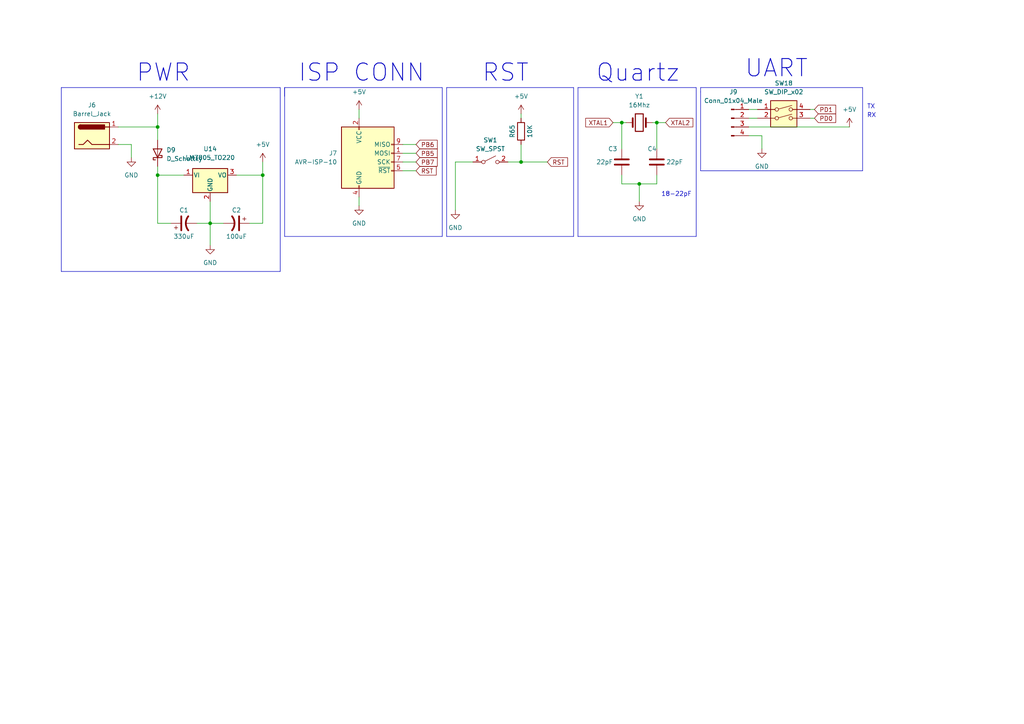
<source format=kicad_sch>
(kicad_sch (version 20230121) (generator eeschema)
  (paper "A4")
  (lib_symbols
    (symbol "Connector:AVR-ISP-10" (pin_names (offset 1.016))
      (property "Reference" "J" (at -6.35 11.43 0))
      (property "Value" "AVR-ISP-10" (at 0 11.43 0))
      (symbol "AVR-ISP-10_0_1"
        (rectangle (start -2.667 -6.858) (end -2.413 -7.62))
        (rectangle (start -2.667 10.16) (end -2.413 9.398))
        (rectangle (start 7.62 -2.413) (end 6.858 -2.667))
        (rectangle (start 7.62 0.127) (end 6.858 -0.127))
        (rectangle (start 7.62 2.667) (end 6.858 2.413))
        (rectangle (start 7.62 5.207) (end 6.858 4.953))
        (rectangle (start 7.62 10.16) (end -7.62 -7.62) (stroke (width 0.254)) (fill (type background)))
      )
      (symbol "AVR-ISP-10_1_1"
        (pin passive line (at 10.16 2.54 180) (length 2.54) (name "MOSI") (number "1"))
        (pin passive line (at -2.54 -10.16 90) (length 2.54) hide (name "GND") (number "10"))
        (pin passive line (at -2.54 12.7 270) (length 2.54) (name "VCC") (number "2"))
        (pin no_connect line (at 7.62 -5.08 180) (length 2.54) hide (name "NC") (number "3"))
        (pin passive line (at -2.54 -10.16 90) (length 2.54) (name "GND") (number "4"))
        (pin passive line (at 10.16 -2.54 180) (length 2.54) (name "~{RST}") (number "5"))
        (pin passive line (at -2.54 -10.16 90) (length 2.54) hide (name "GND") (number "6"))
        (pin passive line (at 10.16 0 180) (length 2.54) (name "SCK") (number "7"))
        (pin passive line (at -2.54 -10.16 90) (length 2.54) hide (name "GND") (number "8"))
        (pin passive line (at 10.16 5.08 180) (length 2.54) (name "MISO") (number "9"))
      )
    )
    (symbol "Connector:Barrel_Jack" (pin_names (offset 1.016))
      (property "Reference" "J" (at 0 5.334 0))
      (property "Value" "Barrel_Jack" (at 0 -5.08 0))
      (symbol "Barrel_Jack_0_1"
        (rectangle (start -5.08 3.81) (end 5.08 -3.81) (stroke (width 0.254)) (fill (type background)))
        (arc (start -3.302 3.175) (mid -3.9343 2.54) (end -3.302 1.905) (stroke (width 0.254)))
        (arc (start -3.302 3.175) (mid -3.9343 2.54) (end -3.302 1.905) (stroke (width 0.254)) (fill (type outline)))
        (polyline (pts (xy 5.08 2.54) (xy 3.81 2.54)) (stroke (width 0.254)))
        (polyline (pts (xy -3.81 -2.54) (xy -2.54 -2.54) (xy -1.27 -1.27) (xy 0 -2.54) (xy 2.54 -2.54) (xy 5.08 -2.54)) (stroke (width 0.254)))
        (rectangle (start 3.683 3.175) (end -3.302 1.905) (stroke (width 0.254)) (fill (type outline)))
      )
      (symbol "Barrel_Jack_1_1"
        (pin passive line (at 7.62 2.54 180) (length 2.54) (name "~") (number "1"))
        (pin passive line (at 7.62 -2.54 180) (length 2.54) (name "~") (number "2"))
      )
    )
    (symbol "Connector:Conn_01x04_Male" (pin_names (offset 1.016) hide)
      (property "Reference" "J" (at 0 5.08 0))
      (property "Value" "Conn_01x04_Male" (at 0 -7.62 0))
      (symbol "Conn_01x04_Male_1_1"
        (polyline (pts (xy 1.27 -5.08) (xy 0.8636 -5.08)) (stroke (width 0.1524)))
        (polyline (pts (xy 1.27 -2.54) (xy 0.8636 -2.54)) (stroke (width 0.1524)))
        (polyline (pts (xy 1.27 0) (xy 0.8636 0)) (stroke (width 0.1524)))
        (polyline (pts (xy 1.27 2.54) (xy 0.8636 2.54)) (stroke (width 0.1524)))
        (rectangle (start 0.8636 -4.953) (end 0 -5.207) (stroke (width 0.1524)) (fill (type outline)))
        (rectangle (start 0.8636 -2.413) (end 0 -2.667) (stroke (width 0.1524)) (fill (type outline)))
        (rectangle (start 0.8636 0.127) (end 0 -0.127) (stroke (width 0.1524)) (fill (type outline)))
        (rectangle (start 0.8636 2.667) (end 0 2.413) (stroke (width 0.1524)) (fill (type outline)))
        (pin passive line (at 5.08 2.54 180) (length 3.81) (name "Pin_1") (number "1"))
        (pin passive line (at 5.08 0 180) (length 3.81) (name "Pin_2") (number "2"))
        (pin passive line (at 5.08 -2.54 180) (length 3.81) (name "Pin_3") (number "3"))
        (pin passive line (at 5.08 -5.08 180) (length 3.81) (name "Pin_4") (number "4"))
      )
    )
    (symbol "Device:C" (pin_numbers hide) (pin_names (offset 0.254))
      (property "Reference" "C" (at 0.635 2.54 0))
      (property "Value" "C" (at 0.635 -2.54 0))
      (symbol "C_0_1"
        (polyline (pts (xy -2.032 -0.762) (xy 2.032 -0.762)) (stroke (width 0.508)))
        (polyline (pts (xy -2.032 0.762) (xy 2.032 0.762)) (stroke (width 0.508)))
      )
      (symbol "C_1_1"
        (pin passive line (at 0 3.81 270) (length 2.794) (name "~") (number "1"))
        (pin passive line (at 0 -3.81 90) (length 2.794) (name "~") (number "2"))
      )
    )
    (symbol "Device:C_Polarized_US" (pin_numbers hide) (pin_names (offset 0.254) hide)
      (property "Reference" "C" (at 0.635 2.54 0))
      (property "Value" "C_Polarized_US" (at 0.635 -2.54 0))
      (symbol "C_Polarized_US_0_1"
        (polyline (pts (xy -2.032 0.762) (xy 2.032 0.762)) (stroke (width 0.508)))
        (polyline (pts (xy -1.778 2.286) (xy -0.762 2.286)))
        (polyline (pts (xy -1.27 1.778) (xy -1.27 2.794)))
        (arc (start 2.032 -1.27) (mid 0 -0.5572) (end -2.032 -1.27) (stroke (width 0.508)))
      )
      (symbol "C_Polarized_US_1_1"
        (pin passive line (at 0 3.81 270) (length 2.794) (name "~") (number "1"))
        (pin passive line (at 0 -3.81 90) (length 3.302) (name "~") (number "2"))
      )
    )
    (symbol "Device:Crystal" (pin_numbers hide) (pin_names (offset 1.016) hide)
      (property "Reference" "Y" (at 0 3.81 0))
      (property "Value" "Crystal" (at 0 -3.81 0))
      (symbol "Crystal_0_1"
        (rectangle (start -1.143 2.54) (end 1.143 -2.54) (stroke (width 0.3048)))
        (polyline (pts (xy -2.54 0) (xy -1.905 0)))
        (polyline (pts (xy -1.905 -1.27) (xy -1.905 1.27)) (stroke (width 0.508)))
        (polyline (pts (xy 1.905 -1.27) (xy 1.905 1.27)) (stroke (width 0.508)))
        (polyline (pts (xy 2.54 0) (xy 1.905 0)))
      )
      (symbol "Crystal_1_1"
        (pin passive line (at -3.81 0 0) (length 1.27) (name "1") (number "1"))
        (pin passive line (at 3.81 0 180) (length 1.27) (name "2") (number "2"))
      )
    )
    (symbol "Device:D_Schottky" (pin_numbers hide) (pin_names (offset 1.016) hide)
      (property "Reference" "D" (at 0 2.54 0))
      (property "Value" "D_Schottky" (at 0 -2.54 0))
      (symbol "D_Schottky_0_1"
        (polyline (pts (xy 1.27 0) (xy -1.27 0)))
        (polyline (pts (xy 1.27 1.27) (xy 1.27 -1.27) (xy -1.27 0) (xy 1.27 1.27)) (stroke (width 0.254)))
        (polyline (pts (xy -1.905 0.635) (xy -1.905 1.27) (xy -1.27 1.27) (xy -1.27 -1.27) (xy -0.635 -1.27) (xy -0.635 -0.635)) (stroke (width 0.254)))
      )
      (symbol "D_Schottky_1_1"
        (pin passive line (at -3.81 0 0) (length 2.54) (name "K") (number "1"))
        (pin passive line (at 3.81 0 180) (length 2.54) (name "A") (number "2"))
      )
    )
    (symbol "Device:R" (pin_numbers hide) (pin_names (offset 0))
      (property "Reference" "R" (at 2.032 0 90))
      (property "Value" "R" (at 0 0 90))
      (symbol "R_0_1"
        (rectangle (start -1.016 -2.54) (end 1.016 2.54) (stroke (width 0.254)))
      )
      (symbol "R_1_1"
        (pin passive line (at 0 3.81 270) (length 1.27) (name "~") (number "1"))
        (pin passive line (at 0 -3.81 90) (length 1.27) (name "~") (number "2"))
      )
    )
    (symbol "Regulator_Linear:LM7805_TO220" (pin_names (offset 0.254))
      (property "Reference" "U" (at -3.81 3.175 0))
      (property "Value" "LM7805_TO220" (at 0 3.175 0))
      (symbol "LM7805_TO220_0_1"
        (rectangle (start -5.08 1.905) (end 5.08 -5.08) (stroke (width 0.254)) (fill (type background)))
      )
      (symbol "LM7805_TO220_1_1"
        (pin power_in line (at -7.62 0 0) (length 2.54) (name "VI") (number "1"))
        (pin power_in line (at 0 -7.62 90) (length 2.54) (name "GND") (number "2"))
        (pin power_out line (at 7.62 0 180) (length 2.54) (name "VO") (number "3"))
      )
    )
    (symbol "Switch:SW_DIP_x02" (pin_names (offset 0) hide)
      (property "Reference" "SW" (at 0 6.35 0))
      (property "Value" "SW_DIP_x02" (at 0 -3.81 0))
      (symbol "SW_DIP_x02_0_0"
        (circle (center -2.032 0) (radius 0.508))
        (circle (center -2.032 2.54) (radius 0.508))
        (polyline (pts (xy -1.524 0.127) (xy 2.3622 1.1684)))
        (polyline (pts (xy -1.524 2.667) (xy 2.3622 3.7084)))
        (circle (center 2.032 0) (radius 0.508))
        (circle (center 2.032 2.54) (radius 0.508))
      )
      (symbol "SW_DIP_x02_0_1"
        (rectangle (start -3.81 5.08) (end 3.81 -2.54) (stroke (width 0.254)) (fill (type background)))
      )
      (symbol "SW_DIP_x02_1_1"
        (pin passive line (at -7.62 2.54 0) (length 5.08) (name "~") (number "1"))
        (pin passive line (at -7.62 0 0) (length 5.08) (name "~") (number "2"))
        (pin passive line (at 7.62 0 180) (length 5.08) (name "~") (number "3"))
        (pin passive line (at 7.62 2.54 180) (length 5.08) (name "~") (number "4"))
      )
    )
    (symbol "Switch:SW_SPST" (pin_names (offset 0) hide)
      (property "Reference" "SW" (at 0 3.175 0))
      (property "Value" "SW_SPST" (at 0 -2.54 0))
      (symbol "SW_SPST_0_0"
        (circle (center -2.032 0) (radius 0.508))
        (polyline (pts (xy -1.524 0.254) (xy 1.524 1.778)))
        (circle (center 2.032 0) (radius 0.508))
      )
      (symbol "SW_SPST_1_1"
        (pin passive line (at -5.08 0 0) (length 2.54) (name "A") (number "1"))
        (pin passive line (at 5.08 0 180) (length 2.54) (name "B") (number "2"))
      )
    )
    (symbol "power:+12V" (power) (pin_names (offset 0))
      (property "Value" "+12V" (at 0 3.556 0))
      (symbol "+12V_0_1"
        (polyline (pts (xy -0.762 1.27) (xy 0 2.54)))
        (polyline (pts (xy 0 0) (xy 0 2.54)))
        (polyline (pts (xy 0 2.54) (xy 0.762 1.27)))
      )
      (symbol "+12V_1_1"
        (pin power_in line (at 0 0 90) (length 0) hide (name "+12V") (number "1"))
      )
    )
    (symbol "power:+5V" (power) (pin_names (offset 0))
      (property "Value" "+5V" (at 0 3.556 0))
      (symbol "+5V_0_1"
        (polyline (pts (xy -0.762 1.27) (xy 0 2.54)))
        (polyline (pts (xy 0 0) (xy 0 2.54)))
        (polyline (pts (xy 0 2.54) (xy 0.762 1.27)))
      )
      (symbol "+5V_1_1"
        (pin power_in line (at 0 0 90) (length 0) hide (name "+5V") (number "1"))
      )
    )
    (symbol "power:GND" (power) (pin_names (offset 0))
      (property "Value" "GND" (at 0 -3.81 0))
      (symbol "GND_0_1"
        (polyline (pts (xy 0 0) (xy 0 -1.27) (xy 1.27 -1.27) (xy 0 -2.54) (xy -1.27 -1.27) (xy 0 -1.27)))
      )
      (symbol "GND_1_1"
        (pin power_in line (at 0 0 270) (length 0) hide (name "GND") (number "1"))
      )
    )
  )
  (junction (at 45.72 36.83))
  (junction (at 45.72 50.8))
  (junction (at 151.13 46.99))
  (junction (at 180.34 35.56))
  (junction (at 185.42 53.34))
  (junction (at 190.5 35.56))
  (junction (at 60.96 64.77))
  (junction (at 76.2 50.8))
  (polyline (pts (xy 250.19 49.53) (xy 250.19 25.4)))
  (wire (pts (xy 185.42 53.34) (xy 190.5 53.34)))
  (wire (pts (xy 234.95 34.29) (xy 236.22 34.29)))
  (wire (pts (xy 185.42 53.34) (xy 185.42 58.42)))
  (wire (pts (xy 217.17 39.37) (xy 220.98 39.37)))
  (wire (pts (xy 45.72 50.8) (xy 45.72 64.77)))
  (wire (pts (xy 116.84 46.99) (xy 120.65 46.99)))
  (wire (pts (xy 180.34 50.8) (xy 180.34 53.34)))
  (wire (pts (xy 45.72 64.77) (xy 49.53 64.77)))
  (wire (pts (xy 190.5 35.56) (xy 190.5 43.18)))
  (wire (pts (xy 57.15 64.77) (xy 60.96 64.77)))
  (wire (pts (xy 190.5 53.34) (xy 190.5 50.8)))
  (wire (pts (xy 180.34 53.34) (xy 185.42 53.34)))
  (wire (pts (xy 45.72 36.83) (xy 45.72 40.64)))
  (wire (pts (xy 60.96 58.42) (xy 60.96 64.77)))
  (wire (pts (xy 76.2 64.77) (xy 72.39 64.77)))
  (wire (pts (xy 38.1 41.91) (xy 38.1 45.72)))
  (polyline (pts (xy 128.27 25.4) (xy 82.55 25.4)))
  (wire (pts (xy 151.13 41.91) (xy 151.13 46.99)))
  (wire (pts (xy 34.29 36.83) (xy 45.72 36.83)))
  (wire (pts (xy 234.95 31.75) (xy 236.22 31.75)))
  (wire (pts (xy 137.16 46.99) (xy 132.08 46.99)))
  (wire (pts (xy 147.32 46.99) (xy 151.13 46.99)))
  (polyline (pts (xy 128.27 68.58) (xy 128.27 25.4)))
  (wire (pts (xy 60.96 64.77) (xy 64.77 64.77)))
  (polyline (pts (xy 167.64 68.58) (xy 201.93 68.58)))
  (wire (pts (xy 34.29 41.91) (xy 38.1 41.91)))
  (polyline (pts (xy 82.55 25.4) (xy 82.55 68.58)))
  (wire (pts (xy 217.17 34.29) (xy 219.71 34.29)))
  (wire (pts (xy 217.17 31.75) (xy 219.71 31.75)))
  (wire (pts (xy 189.23 35.56) (xy 190.5 35.56)))
  (polyline (pts (xy 82.55 25.4) (xy 82.55 27.94)))
  (polyline (pts (xy 81.28 29.21) (xy 81.28 78.74)))
  (polyline (pts (xy 81.28 25.4) (xy 81.28 29.21)))
  (polyline (pts (xy 129.54 68.58) (xy 166.37 68.58)))
  (polyline (pts (xy 203.2 49.53) (xy 250.19 49.53)))
  (wire (pts (xy 76.2 46.99) (xy 76.2 50.8)))
  (wire (pts (xy 104.14 31.75) (xy 104.14 34.29)))
  (wire (pts (xy 220.98 39.37) (xy 220.98 43.18)))
  (wire (pts (xy 151.13 33.02) (xy 151.13 34.29)))
  (wire (pts (xy 45.72 33.02) (xy 45.72 36.83)))
  (polyline (pts (xy 17.78 78.74) (xy 17.78 25.4)))
  (polyline (pts (xy 82.55 68.58) (xy 128.27 68.58)))
  (wire (pts (xy 45.72 48.26) (xy 45.72 50.8)))
  (wire (pts (xy 151.13 46.99) (xy 158.75 46.99)))
  (wire (pts (xy 180.34 35.56) (xy 180.34 43.18)))
  (wire (pts (xy 116.84 49.53) (xy 120.65 49.53)))
  (wire (pts (xy 76.2 50.8) (xy 76.2 64.77)))
  (wire (pts (xy 116.84 41.91) (xy 120.65 41.91)))
  (polyline (pts (xy 167.64 25.4) (xy 167.64 68.58)))
  (polyline (pts (xy 17.78 25.4) (xy 81.28 25.4)))
  (polyline (pts (xy 250.19 25.4) (xy 203.2 25.4)))
  (wire (pts (xy 190.5 35.56) (xy 193.04 35.56)))
  (wire (pts (xy 45.72 50.8) (xy 53.34 50.8)))
  (wire (pts (xy 180.34 35.56) (xy 181.61 35.56)))
  (wire (pts (xy 132.08 46.99) (xy 132.08 60.96)))
  (polyline (pts (xy 167.64 25.4) (xy 201.93 25.4)))
  (polyline (pts (xy 81.28 78.74) (xy 17.78 78.74)))
  (wire (pts (xy 60.96 64.77) (xy 60.96 71.12)))
  (wire (pts (xy 217.17 36.83) (xy 246.38 36.83)))
  (polyline (pts (xy 129.54 25.4) (xy 129.54 68.58)))
  (wire (pts (xy 104.14 57.15) (xy 104.14 59.69)))
  (polyline (pts (xy 203.2 25.4) (xy 203.2 26.67)))
  (polyline (pts (xy 203.2 26.67) (xy 203.2 49.53)))
  (wire (pts (xy 116.84 44.45) (xy 120.65 44.45)))
  (polyline (pts (xy 201.93 68.58) (xy 201.93 25.4)))
  (wire (pts (xy 177.8 35.56) (xy 180.34 35.56)))
  (polyline (pts (xy 129.54 25.4) (xy 166.37 25.4)))
  (polyline (pts (xy 166.37 68.58) (xy 166.37 25.4)))
  (wire (pts (xy 68.58 50.8) (xy 76.2 50.8)))
  (text "Quartz" (at 172.72 24.13 0) (effects (font (size 5 5) (thickness 0.254) bold) (justify left bottom)))
  (text "PWR" (at 39.37 24.13 0) (effects (font (size 5 5) (thickness 0.254) bold) (justify left bottom)))
  (text "18-22pF" (at 191.77 57.15 0) (effects (font (size 1.27 1.27)) (justify left bottom)))
  (text "UART" (at 215.9 22.86 0) (effects (font (size 5 5) (thickness 0.254) bold) (justify left bottom)))
  (text "RX" (at 251.46 34.29 0) (effects (font (size 1.27 1.27)) (justify left bottom)))
  (text "ISP CONN" (at 86.36 24.13 0) (effects (font (size 5 5) (thickness 0.254) bold) (justify left bottom)))
  (text "TX" (at 251.46 31.75 0) (effects (font (size 1.27 1.27)) (justify left bottom)))
  (text "RST" (at 139.7 24.13 0) (effects (font (size 5 5) (thickness 0.254) bold) (justify left bottom)))
  (global_label "PB7" (shape input) (at 120.65 46.99 0) (property "Intersheetrefs" "${INTERSHEET_REFS}" (effects hide)))
  (global_label "XTAL1" (shape input) (at 177.8 35.56 180) (property "Intersheetrefs" "${INTERSHEET_REFS}" (effects hide)))
  (global_label "RST" (shape input) (at 120.65 49.53 0) (property "Intersheetrefs" "${INTERSHEET_REFS}" (effects hide)))
  (global_label "PB5" (shape input) (at 120.65 44.45 0) (property "Intersheetrefs" "${INTERSHEET_REFS}" (effects hide)))
  (global_label "XTAL2" (shape input) (at 193.04 35.56 0) (property "Intersheetrefs" "${INTERSHEET_REFS}" (effects hide)))
  (global_label "RST" (shape input) (at 158.75 46.99 0) (property "Intersheetrefs" "${INTERSHEET_REFS}" (effects hide)))
  (global_label "PD0" (shape input) (at 236.22 34.29 0) (property "Intersheetrefs" "${INTERSHEET_REFS}" (effects hide)))
  (global_label "PB6" (shape input) (at 120.65 41.91 0) (property "Intersheetrefs" "${INTERSHEET_REFS}" (effects hide)))
  (global_label "PD1" (shape input) (at 236.22 31.75 0) (property "Intersheetrefs" "${INTERSHEET_REFS}" (effects hide)))
  (symbol (lib_id "Switch:SW_SPST") (at 142.24 46.99 0) (unit 1)
    (property "Reference" "SW1" (at 142.24 40.64 0))
    (property "Value" "SW_SPST" (at 142.24 43.18 0))
    (property "Footprint" "Button_Switch_THT:SW_PUSH_6mm" (effects hide))
  )
  (symbol (lib_id "Device:C") (at 190.5 46.99 180) (unit 1)
    (property "Reference" "C4" (at 190.5 43.18 0) (effects (justify left)))
    (property "Value" "22pF" (at 198.12 46.99 0) (effects (justify left)))
    (property "Footprint" "Capacitor_SMD:C_0805_2012Metric" (effects hide))
  )
  (symbol (lib_id "power:GND") (at 132.08 60.96 0) (unit 1)
    (property "Reference" "#PWR0139" (effects hide))
    (property "Value" "GND" (at 132.08 66.04 0))
  )
  (symbol (lib_id "Connector:Conn_01x04_Male") (at 212.09 34.29 0) (unit 1)
    (property "Reference" "J9" (at 212.725 26.67 0))
    (property "Value" "Conn_01x04_Male" (at 212.725 29.21 0))
    (property "Footprint" "Connector_PinHeader_2.54mm:PinHeader_1x04_P2.54mm_Vertical" (effects hide))
  )
  (symbol (lib_id "Device:R") (at 151.13 38.1 180) (unit 1)
    (property "Reference" "R65" (at 148.59 38.1 90))
    (property "Value" "10K" (at 153.67 38.1 90))
    (property "Footprint" "Resistor_SMD:R_0805_2012Metric_Pad1.20x1.40mm_HandSolder" (effects hide))
  )
  (symbol (lib_id "power:GND") (at 220.98 43.18 0) (unit 1)
    (property "Reference" "#PWR0124" (effects hide))
    (property "Value" "GND" (at 220.98 48.26 0))
  )
  (symbol (lib_id "power:GND") (at 104.14 59.69 0) (unit 1)
    (property "Reference" "#PWR0119" (effects hide))
    (property "Value" "GND" (at 104.14 64.77 0))
  )
  (symbol (lib_id "Switch:SW_DIP_x02") (at 227.33 34.29 0) (unit 1)
    (property "Reference" "SW18" (at 227.33 24.13 0))
    (property "Value" "SW_DIP_x02" (at 227.33 26.67 0))
    (property "Footprint" "Button_Switch_THT:SW_DIP_SPSTx02_Slide_9.78x7.26mm_W7.62mm_P2.54mm" (effects hide))
  )
  (symbol (lib_id "power:GND") (at 185.42 58.42 0) (unit 1)
    (property "Reference" "#PWR0141" (effects hide))
    (property "Value" "GND" (at 185.42 63.5 0))
  )
  (symbol (lib_id "power:+5V") (at 104.14 31.75 0) (unit 1)
    (property "Reference" "#PWR0122" (effects hide))
    (property "Value" "+5V" (at 104.14 26.67 0))
  )
  (symbol (lib_id "Device:C_Polarized_US") (at 68.58 64.77 270) (unit 1)
    (property "Reference" "C2" (at 68.58 60.96 90))
    (property "Value" "100uF" (at 68.58 68.58 90))
    (property "Footprint" "Capacitor_THT:CP_Radial_D7.5mm_P2.50mm" (effects hide))
  )
  (symbol (lib_id "power:+12V") (at 45.72 33.02 0) (unit 1)
    (property "Reference" "#PWR0146" (effects hide))
    (property "Value" "+12V" (at 45.72 27.94 0))
  )
  (symbol (lib_id "Regulator_Linear:LM7805_TO220") (at 60.96 50.8 0) (unit 1)
    (property "Reference" "U14" (at 60.96 43.18 0))
    (property "Value" "LM7805_TO220" (at 60.96 45.72 0))
    (property "Footprint" "Package_TO_SOT_THT:TO-220-3_Vertical" (effects hide))
    (property "Datasheet" "https://www.onsemi.cn/PowerSolutions/document/MC7800-D.PDF" (effects hide))
  )
  (symbol (lib_id "Device:Crystal") (at 185.42 35.56 0) (unit 1)
    (property "Reference" "Y1" (at 185.42 27.94 0))
    (property "Value" "16Mhz" (at 185.42 30.48 0))
    (property "Footprint" "Crystal:Crystal_HC49-U_Vertical" (effects hide))
  )
  (symbol (lib_id "power:+5V") (at 151.13 33.02 0) (unit 1)
    (property "Reference" "#PWR0140" (effects hide))
    (property "Value" "+5V" (at 151.13 27.94 0))
  )
  (symbol (lib_id "Device:C_Polarized_US") (at 53.34 64.77 90) (unit 1)
    (property "Reference" "C1" (at 53.34 60.96 90))
    (property "Value" "330uF" (at 53.34 68.58 90))
    (property "Footprint" "Capacitor_THT:CP_Radial_D7.5mm_P2.50mm" (effects hide))
  )
  (symbol (lib_id "Device:C") (at 180.34 46.99 180) (unit 1)
    (property "Reference" "C3" (at 179.07 43.18 0) (effects (justify left)))
    (property "Value" "22pF" (at 177.8 46.99 0) (effects (justify left)))
    (property "Footprint" "Capacitor_SMD:C_0805_2012Metric" (effects hide))
  )
  (symbol (lib_id "power:+5V") (at 76.2 46.99 0) (unit 1)
    (property "Reference" "#PWR0142" (effects hide))
    (property "Value" "+5V" (at 76.2 41.91 0))
  )
  (symbol (lib_id "Connector:AVR-ISP-10") (at 106.68 46.99 0) (unit 1)
    (property "Reference" "J7" (at 97.79 44.4499 0) (effects (justify right)))
    (property "Value" "AVR-ISP-10" (at 97.79 46.9899 0) (effects (justify right)))
    (property "Footprint" "Connector_IDC:IDC-Header_2x05_P2.54mm_Vertical" (effects hide))
    (property "Datasheet" " ~" (effects hide))
  )
  (symbol (lib_id "Connector:Barrel_Jack") (at 26.67 39.37 0) (unit 1)
    (property "Reference" "J6" (at 26.67 30.48 0))
    (property "Value" "Barrel_Jack" (at 26.67 33.02 0))
    (property "Footprint" "Connector_BarrelJack:BarrelJack_Wuerth_6941xx301002" (effects hide))
  )
  (symbol (lib_id "Device:D_Schottky") (at 45.72 44.45 90) (unit 1)
    (property "Reference" "D9" (at 48.26 43.4974 90) (effects (justify right)))
    (property "Value" "D_Schottky" (at 48.26 46.0374 90) (effects (justify right)))
    (property "Footprint" "Diode_SMD:D_SMA" (effects hide))
  )
  (symbol (lib_id "power:GND") (at 38.1 45.72 0) (unit 1)
    (property "Reference" "#PWR0143" (effects hide))
    (property "Value" "GND" (at 38.1 50.8 0))
  )
  (symbol (lib_id "power:GND") (at 60.96 71.12 0) (unit 1)
    (property "Reference" "#PWR0147" (effects hide))
    (property "Value" "GND" (at 60.96 76.2 0))
  )
  (symbol (lib_id "power:+5V") (at 246.38 36.83 0) (unit 1)
    (property "Reference" "#PWR0125" (effects hide))
    (property "Value" "+5V" (at 246.38 31.75 0))
  )
)
</source>
